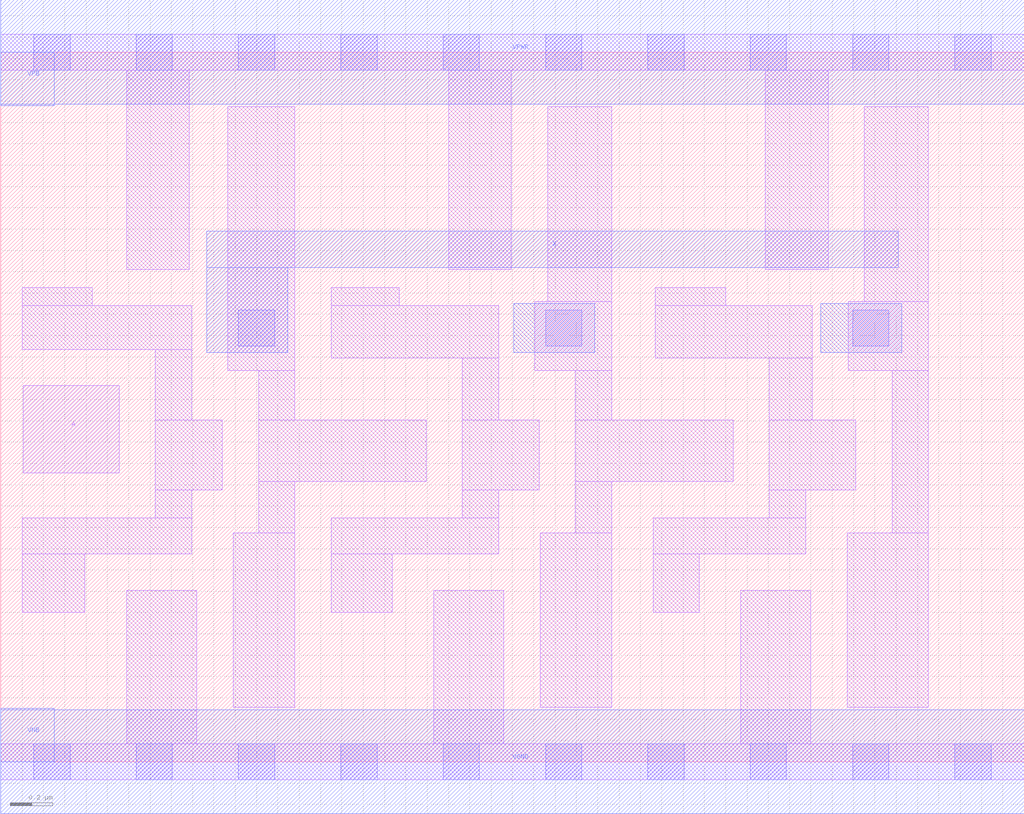
<source format=lef>
# Copyright 2020 The SkyWater PDK Authors
#
# Licensed under the Apache License, Version 2.0 (the "License");
# you may not use this file except in compliance with the License.
# You may obtain a copy of the License at
#
#     https://www.apache.org/licenses/LICENSE-2.0
#
# Unless required by applicable law or agreed to in writing, software
# distributed under the License is distributed on an "AS IS" BASIS,
# WITHOUT WARRANTIES OR CONDITIONS OF ANY KIND, either express or implied.
# See the License for the specific language governing permissions and
# limitations under the License.
#
# SPDX-License-Identifier: Apache-2.0

VERSION 5.5 ;
NAMESCASESENSITIVE ON ;
BUSBITCHARS "[]" ;
DIVIDERCHAR "/" ;
MACRO sky130_fd_sc_ms__dlymetal6s2s_1
  CLASS CORE ;
  SOURCE USER ;
  ORIGIN  0.000000  0.000000 ;
  SIZE  4.800000 BY  3.330000 ;
  SYMMETRY X Y ;
  SITE unit ;
  PIN A
    ANTENNAGATEAREA  0.126000 ;
    DIRECTION INPUT ;
    USE SIGNAL ;
    PORT
      LAYER li1 ;
        RECT 0.105000 1.355000 0.555000 1.765000 ;
    END
  END A
  PIN X
    ANTENNADIFFAREA  0.504100 ;
    ANTENNAPARTIALMETALSIDEAREA  0.280000 ;
    DIRECTION OUTPUT ;
    USE SIGNAL ;
    PORT
      LAYER met1 ;
        RECT 0.965000 1.920000 1.345000 2.320000 ;
        RECT 0.965000 2.320000 4.210000 2.490000 ;
    END
  END X
  PIN VGND
    DIRECTION INOUT ;
    USE GROUND ;
    PORT
      LAYER met1 ;
        RECT 0.000000 -0.245000 4.800000 0.245000 ;
    END
  END VGND
  PIN VNB
    DIRECTION INOUT ;
    USE GROUND ;
    PORT
    END
  END VNB
  PIN VPB
    DIRECTION INOUT ;
    USE POWER ;
    PORT
    END
  END VPB
  PIN VNB
    DIRECTION INOUT ;
    USE GROUND ;
    PORT
      LAYER met1 ;
        RECT 0.000000 0.000000 0.250000 0.250000 ;
    END
  END VNB
  PIN VPB
    DIRECTION INOUT ;
    USE POWER ;
    PORT
      LAYER met1 ;
        RECT 0.000000 3.080000 0.250000 3.330000 ;
    END
  END VPB
  PIN VPWR
    DIRECTION INOUT ;
    USE POWER ;
    PORT
      LAYER met1 ;
        RECT 0.000000 3.085000 4.800000 3.575000 ;
    END
  END VPWR
  OBS
    LAYER li1 ;
      RECT 0.000000 -0.085000 4.800000 0.085000 ;
      RECT 0.000000  3.245000 4.800000 3.415000 ;
      RECT 0.100000  0.700000 0.395000 0.975000 ;
      RECT 0.100000  0.975000 0.895000 1.145000 ;
      RECT 0.100000  1.935000 0.895000 2.140000 ;
      RECT 0.100000  2.140000 0.430000 2.225000 ;
      RECT 0.590000  0.085000 0.920000 0.805000 ;
      RECT 0.590000  2.310000 0.885000 3.245000 ;
      RECT 0.725000  1.145000 0.895000 1.275000 ;
      RECT 0.725000  1.275000 1.040000 1.605000 ;
      RECT 0.725000  1.605000 0.895000 1.935000 ;
      RECT 1.065000  1.835000 1.380000 3.075000 ;
      RECT 1.090000  0.255000 1.380000 1.075000 ;
      RECT 1.210000  1.075000 1.380000 1.315000 ;
      RECT 1.210000  1.315000 1.995000 1.605000 ;
      RECT 1.210000  1.605000 1.380000 1.835000 ;
      RECT 1.550000  0.700000 1.835000 0.975000 ;
      RECT 1.550000  0.975000 2.335000 1.145000 ;
      RECT 1.550000  1.895000 2.335000 2.140000 ;
      RECT 1.550000  2.140000 1.870000 2.225000 ;
      RECT 2.030000  0.085000 2.360000 0.805000 ;
      RECT 2.100000  2.310000 2.395000 3.245000 ;
      RECT 2.165000  1.145000 2.335000 1.275000 ;
      RECT 2.165000  1.275000 2.525000 1.605000 ;
      RECT 2.165000  1.605000 2.335000 1.895000 ;
      RECT 2.505000  1.835000 2.865000 2.160000 ;
      RECT 2.530000  0.255000 2.865000 1.075000 ;
      RECT 2.565000  2.160000 2.865000 3.075000 ;
      RECT 2.695000  1.075000 2.865000 1.315000 ;
      RECT 2.695000  1.315000 3.435000 1.605000 ;
      RECT 2.695000  1.605000 2.865000 1.835000 ;
      RECT 3.060000  0.700000 3.275000 0.975000 ;
      RECT 3.060000  0.975000 3.775000 1.145000 ;
      RECT 3.070000  1.895000 3.805000 2.140000 ;
      RECT 3.070000  2.140000 3.400000 2.225000 ;
      RECT 3.470000  0.085000 3.800000 0.805000 ;
      RECT 3.585000  2.310000 3.880000 3.245000 ;
      RECT 3.605000  1.145000 3.775000 1.275000 ;
      RECT 3.605000  1.275000 4.010000 1.605000 ;
      RECT 3.605000  1.605000 3.805000 1.895000 ;
      RECT 3.970000  0.255000 4.350000 1.075000 ;
      RECT 3.975000  1.835000 4.350000 2.160000 ;
      RECT 4.050000  2.160000 4.350000 3.075000 ;
      RECT 4.180000  1.075000 4.350000 1.835000 ;
    LAYER mcon ;
      RECT 0.155000 -0.085000 0.325000 0.085000 ;
      RECT 0.155000  3.245000 0.325000 3.415000 ;
      RECT 0.635000 -0.085000 0.805000 0.085000 ;
      RECT 0.635000  3.245000 0.805000 3.415000 ;
      RECT 1.115000 -0.085000 1.285000 0.085000 ;
      RECT 1.115000  1.950000 1.285000 2.120000 ;
      RECT 1.115000  3.245000 1.285000 3.415000 ;
      RECT 1.595000 -0.085000 1.765000 0.085000 ;
      RECT 1.595000  3.245000 1.765000 3.415000 ;
      RECT 2.075000 -0.085000 2.245000 0.085000 ;
      RECT 2.075000  3.245000 2.245000 3.415000 ;
      RECT 2.555000 -0.085000 2.725000 0.085000 ;
      RECT 2.555000  1.950000 2.725000 2.120000 ;
      RECT 2.555000  3.245000 2.725000 3.415000 ;
      RECT 3.035000 -0.085000 3.205000 0.085000 ;
      RECT 3.035000  3.245000 3.205000 3.415000 ;
      RECT 3.515000 -0.085000 3.685000 0.085000 ;
      RECT 3.515000  3.245000 3.685000 3.415000 ;
      RECT 3.995000 -0.085000 4.165000 0.085000 ;
      RECT 3.995000  1.950000 4.165000 2.120000 ;
      RECT 3.995000  3.245000 4.165000 3.415000 ;
      RECT 4.475000 -0.085000 4.645000 0.085000 ;
      RECT 4.475000  3.245000 4.645000 3.415000 ;
    LAYER met1 ;
      RECT 2.405000 1.920000 2.785000 2.150000 ;
      RECT 3.845000 1.920000 4.225000 2.150000 ;
  END
END sky130_fd_sc_ms__dlymetal6s2s_1
END LIBRARY

</source>
